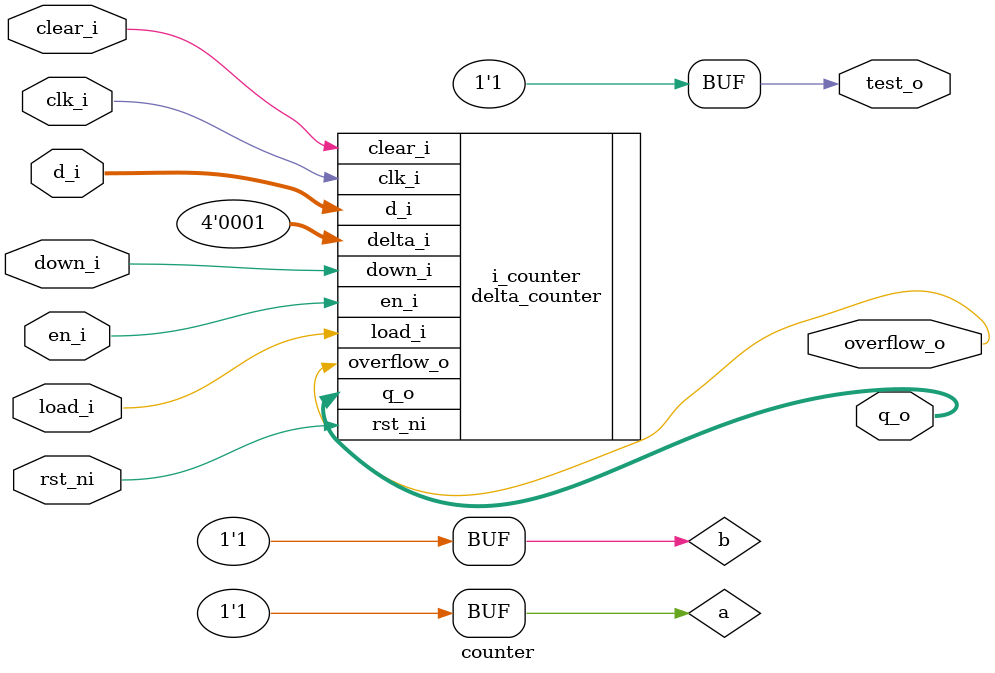
<source format=sv>


module counter #(
    parameter int unsigned WIDTH = 4,
    parameter bit STICKY_OVERFLOW = 1'b0
)(
    input  logic             clk_i,
    input  logic             rst_ni,
    input  logic             clear_i, // synchronous clear
    input  logic             en_i,    // enable the counter
    input  logic             load_i,  // load a new value
    input  logic             down_i,  // downcount, default is up
    input  logic [WIDTH-1:0] d_i,
    output logic [WIDTH-1:0] q_o,
    output logic             overflow_o,
    output logic             test_o
);

    logic a;
    logic b;

    always_comb begin
        a = 1'b1;
        b = 1'b1;

        test_o = a && b;
    end

    delta_counter #(
        .WIDTH          (WIDTH),
        .STICKY_OVERFLOW (STICKY_OVERFLOW)
    ) i_counter (
        .clk_i,
        .rst_ni,
        .clear_i,
        .en_i,
        .load_i,
        .down_i,
        .delta_i({{WIDTH-1{1'b0}}, 1'b1}),
        .d_i,
        .q_o,
        .overflow_o
    );
endmodule
</source>
